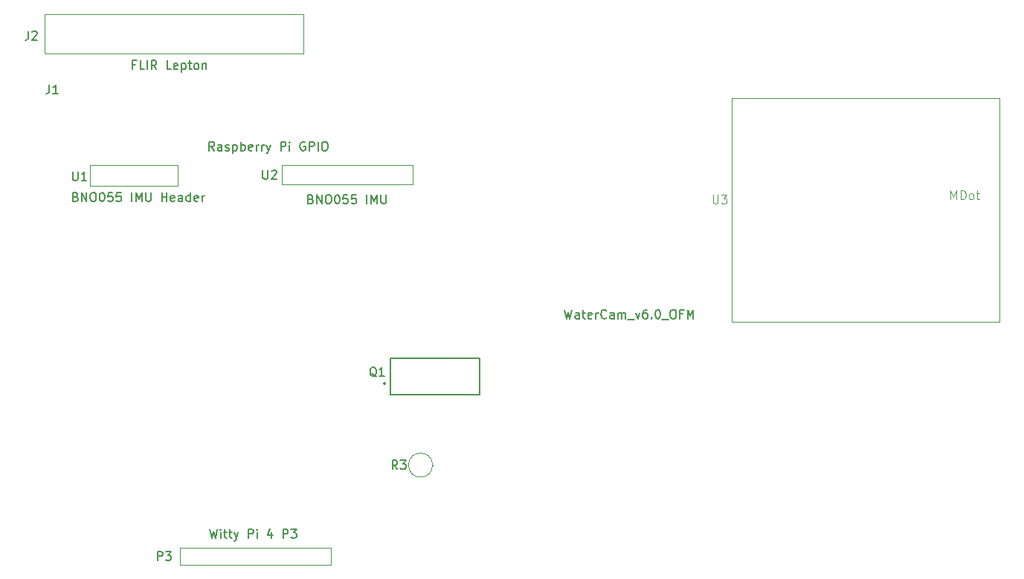
<source format=gbr>
%TF.GenerationSoftware,KiCad,Pcbnew,9.0.2*%
%TF.CreationDate,2025-07-28T15:43:42-04:00*%
%TF.ProjectId,WaterCam_mDot_WittyPi_AHT_BNO_Lepton,57617465-7243-4616-9d5f-6d446f745f57,rev?*%
%TF.SameCoordinates,Original*%
%TF.FileFunction,Legend,Top*%
%TF.FilePolarity,Positive*%
%FSLAX46Y46*%
G04 Gerber Fmt 4.6, Leading zero omitted, Abs format (unit mm)*
G04 Created by KiCad (PCBNEW 9.0.2) date 2025-07-28 15:43:42*
%MOMM*%
%LPD*%
G01*
G04 APERTURE LIST*
%ADD10C,0.150000*%
%ADD11C,0.100000*%
%ADD12C,0.120000*%
%ADD13C,0.127000*%
%ADD14C,0.200000*%
G04 APERTURE END LIST*
D10*
X78057142Y-51776847D02*
X77723809Y-51300656D01*
X77485714Y-51776847D02*
X77485714Y-50776847D01*
X77485714Y-50776847D02*
X77866666Y-50776847D01*
X77866666Y-50776847D02*
X77961904Y-50824466D01*
X77961904Y-50824466D02*
X78009523Y-50872085D01*
X78009523Y-50872085D02*
X78057142Y-50967323D01*
X78057142Y-50967323D02*
X78057142Y-51110180D01*
X78057142Y-51110180D02*
X78009523Y-51205418D01*
X78009523Y-51205418D02*
X77961904Y-51253037D01*
X77961904Y-51253037D02*
X77866666Y-51300656D01*
X77866666Y-51300656D02*
X77485714Y-51300656D01*
X78914285Y-51776847D02*
X78914285Y-51253037D01*
X78914285Y-51253037D02*
X78866666Y-51157799D01*
X78866666Y-51157799D02*
X78771428Y-51110180D01*
X78771428Y-51110180D02*
X78580952Y-51110180D01*
X78580952Y-51110180D02*
X78485714Y-51157799D01*
X78914285Y-51729228D02*
X78819047Y-51776847D01*
X78819047Y-51776847D02*
X78580952Y-51776847D01*
X78580952Y-51776847D02*
X78485714Y-51729228D01*
X78485714Y-51729228D02*
X78438095Y-51633989D01*
X78438095Y-51633989D02*
X78438095Y-51538751D01*
X78438095Y-51538751D02*
X78485714Y-51443513D01*
X78485714Y-51443513D02*
X78580952Y-51395894D01*
X78580952Y-51395894D02*
X78819047Y-51395894D01*
X78819047Y-51395894D02*
X78914285Y-51348275D01*
X79342857Y-51729228D02*
X79438095Y-51776847D01*
X79438095Y-51776847D02*
X79628571Y-51776847D01*
X79628571Y-51776847D02*
X79723809Y-51729228D01*
X79723809Y-51729228D02*
X79771428Y-51633989D01*
X79771428Y-51633989D02*
X79771428Y-51586370D01*
X79771428Y-51586370D02*
X79723809Y-51491132D01*
X79723809Y-51491132D02*
X79628571Y-51443513D01*
X79628571Y-51443513D02*
X79485714Y-51443513D01*
X79485714Y-51443513D02*
X79390476Y-51395894D01*
X79390476Y-51395894D02*
X79342857Y-51300656D01*
X79342857Y-51300656D02*
X79342857Y-51253037D01*
X79342857Y-51253037D02*
X79390476Y-51157799D01*
X79390476Y-51157799D02*
X79485714Y-51110180D01*
X79485714Y-51110180D02*
X79628571Y-51110180D01*
X79628571Y-51110180D02*
X79723809Y-51157799D01*
X80200000Y-51110180D02*
X80200000Y-52110180D01*
X80200000Y-51157799D02*
X80295238Y-51110180D01*
X80295238Y-51110180D02*
X80485714Y-51110180D01*
X80485714Y-51110180D02*
X80580952Y-51157799D01*
X80580952Y-51157799D02*
X80628571Y-51205418D01*
X80628571Y-51205418D02*
X80676190Y-51300656D01*
X80676190Y-51300656D02*
X80676190Y-51586370D01*
X80676190Y-51586370D02*
X80628571Y-51681608D01*
X80628571Y-51681608D02*
X80580952Y-51729228D01*
X80580952Y-51729228D02*
X80485714Y-51776847D01*
X80485714Y-51776847D02*
X80295238Y-51776847D01*
X80295238Y-51776847D02*
X80200000Y-51729228D01*
X81104762Y-51776847D02*
X81104762Y-50776847D01*
X81104762Y-51157799D02*
X81200000Y-51110180D01*
X81200000Y-51110180D02*
X81390476Y-51110180D01*
X81390476Y-51110180D02*
X81485714Y-51157799D01*
X81485714Y-51157799D02*
X81533333Y-51205418D01*
X81533333Y-51205418D02*
X81580952Y-51300656D01*
X81580952Y-51300656D02*
X81580952Y-51586370D01*
X81580952Y-51586370D02*
X81533333Y-51681608D01*
X81533333Y-51681608D02*
X81485714Y-51729228D01*
X81485714Y-51729228D02*
X81390476Y-51776847D01*
X81390476Y-51776847D02*
X81200000Y-51776847D01*
X81200000Y-51776847D02*
X81104762Y-51729228D01*
X82390476Y-51729228D02*
X82295238Y-51776847D01*
X82295238Y-51776847D02*
X82104762Y-51776847D01*
X82104762Y-51776847D02*
X82009524Y-51729228D01*
X82009524Y-51729228D02*
X81961905Y-51633989D01*
X81961905Y-51633989D02*
X81961905Y-51253037D01*
X81961905Y-51253037D02*
X82009524Y-51157799D01*
X82009524Y-51157799D02*
X82104762Y-51110180D01*
X82104762Y-51110180D02*
X82295238Y-51110180D01*
X82295238Y-51110180D02*
X82390476Y-51157799D01*
X82390476Y-51157799D02*
X82438095Y-51253037D01*
X82438095Y-51253037D02*
X82438095Y-51348275D01*
X82438095Y-51348275D02*
X81961905Y-51443513D01*
X82866667Y-51776847D02*
X82866667Y-51110180D01*
X82866667Y-51300656D02*
X82914286Y-51205418D01*
X82914286Y-51205418D02*
X82961905Y-51157799D01*
X82961905Y-51157799D02*
X83057143Y-51110180D01*
X83057143Y-51110180D02*
X83152381Y-51110180D01*
X83485715Y-51776847D02*
X83485715Y-51110180D01*
X83485715Y-51300656D02*
X83533334Y-51205418D01*
X83533334Y-51205418D02*
X83580953Y-51157799D01*
X83580953Y-51157799D02*
X83676191Y-51110180D01*
X83676191Y-51110180D02*
X83771429Y-51110180D01*
X84009525Y-51110180D02*
X84247620Y-51776847D01*
X84485715Y-51110180D02*
X84247620Y-51776847D01*
X84247620Y-51776847D02*
X84152382Y-52014942D01*
X84152382Y-52014942D02*
X84104763Y-52062561D01*
X84104763Y-52062561D02*
X84009525Y-52110180D01*
X85628573Y-51776847D02*
X85628573Y-50776847D01*
X85628573Y-50776847D02*
X86009525Y-50776847D01*
X86009525Y-50776847D02*
X86104763Y-50824466D01*
X86104763Y-50824466D02*
X86152382Y-50872085D01*
X86152382Y-50872085D02*
X86200001Y-50967323D01*
X86200001Y-50967323D02*
X86200001Y-51110180D01*
X86200001Y-51110180D02*
X86152382Y-51205418D01*
X86152382Y-51205418D02*
X86104763Y-51253037D01*
X86104763Y-51253037D02*
X86009525Y-51300656D01*
X86009525Y-51300656D02*
X85628573Y-51300656D01*
X86628573Y-51776847D02*
X86628573Y-51110180D01*
X86628573Y-50776847D02*
X86580954Y-50824466D01*
X86580954Y-50824466D02*
X86628573Y-50872085D01*
X86628573Y-50872085D02*
X86676192Y-50824466D01*
X86676192Y-50824466D02*
X86628573Y-50776847D01*
X86628573Y-50776847D02*
X86628573Y-50872085D01*
X88390477Y-50824466D02*
X88295239Y-50776847D01*
X88295239Y-50776847D02*
X88152382Y-50776847D01*
X88152382Y-50776847D02*
X88009525Y-50824466D01*
X88009525Y-50824466D02*
X87914287Y-50919704D01*
X87914287Y-50919704D02*
X87866668Y-51014942D01*
X87866668Y-51014942D02*
X87819049Y-51205418D01*
X87819049Y-51205418D02*
X87819049Y-51348275D01*
X87819049Y-51348275D02*
X87866668Y-51538751D01*
X87866668Y-51538751D02*
X87914287Y-51633989D01*
X87914287Y-51633989D02*
X88009525Y-51729228D01*
X88009525Y-51729228D02*
X88152382Y-51776847D01*
X88152382Y-51776847D02*
X88247620Y-51776847D01*
X88247620Y-51776847D02*
X88390477Y-51729228D01*
X88390477Y-51729228D02*
X88438096Y-51681608D01*
X88438096Y-51681608D02*
X88438096Y-51348275D01*
X88438096Y-51348275D02*
X88247620Y-51348275D01*
X88866668Y-51776847D02*
X88866668Y-50776847D01*
X88866668Y-50776847D02*
X89247620Y-50776847D01*
X89247620Y-50776847D02*
X89342858Y-50824466D01*
X89342858Y-50824466D02*
X89390477Y-50872085D01*
X89390477Y-50872085D02*
X89438096Y-50967323D01*
X89438096Y-50967323D02*
X89438096Y-51110180D01*
X89438096Y-51110180D02*
X89390477Y-51205418D01*
X89390477Y-51205418D02*
X89342858Y-51253037D01*
X89342858Y-51253037D02*
X89247620Y-51300656D01*
X89247620Y-51300656D02*
X88866668Y-51300656D01*
X89866668Y-51776847D02*
X89866668Y-50776847D01*
X90533334Y-50776847D02*
X90723810Y-50776847D01*
X90723810Y-50776847D02*
X90819048Y-50824466D01*
X90819048Y-50824466D02*
X90914286Y-50919704D01*
X90914286Y-50919704D02*
X90961905Y-51110180D01*
X90961905Y-51110180D02*
X90961905Y-51443513D01*
X90961905Y-51443513D02*
X90914286Y-51633989D01*
X90914286Y-51633989D02*
X90819048Y-51729228D01*
X90819048Y-51729228D02*
X90723810Y-51776847D01*
X90723810Y-51776847D02*
X90533334Y-51776847D01*
X90533334Y-51776847D02*
X90438096Y-51729228D01*
X90438096Y-51729228D02*
X90342858Y-51633989D01*
X90342858Y-51633989D02*
X90295239Y-51443513D01*
X90295239Y-51443513D02*
X90295239Y-51110180D01*
X90295239Y-51110180D02*
X90342858Y-50919704D01*
X90342858Y-50919704D02*
X90438096Y-50824466D01*
X90438096Y-50824466D02*
X90533334Y-50776847D01*
X62282761Y-57050009D02*
X62425618Y-57097628D01*
X62425618Y-57097628D02*
X62473237Y-57145247D01*
X62473237Y-57145247D02*
X62520856Y-57240485D01*
X62520856Y-57240485D02*
X62520856Y-57383342D01*
X62520856Y-57383342D02*
X62473237Y-57478580D01*
X62473237Y-57478580D02*
X62425618Y-57526200D01*
X62425618Y-57526200D02*
X62330380Y-57573819D01*
X62330380Y-57573819D02*
X61949428Y-57573819D01*
X61949428Y-57573819D02*
X61949428Y-56573819D01*
X61949428Y-56573819D02*
X62282761Y-56573819D01*
X62282761Y-56573819D02*
X62377999Y-56621438D01*
X62377999Y-56621438D02*
X62425618Y-56669057D01*
X62425618Y-56669057D02*
X62473237Y-56764295D01*
X62473237Y-56764295D02*
X62473237Y-56859533D01*
X62473237Y-56859533D02*
X62425618Y-56954771D01*
X62425618Y-56954771D02*
X62377999Y-57002390D01*
X62377999Y-57002390D02*
X62282761Y-57050009D01*
X62282761Y-57050009D02*
X61949428Y-57050009D01*
X62949428Y-57573819D02*
X62949428Y-56573819D01*
X62949428Y-56573819D02*
X63520856Y-57573819D01*
X63520856Y-57573819D02*
X63520856Y-56573819D01*
X64187523Y-56573819D02*
X64377999Y-56573819D01*
X64377999Y-56573819D02*
X64473237Y-56621438D01*
X64473237Y-56621438D02*
X64568475Y-56716676D01*
X64568475Y-56716676D02*
X64616094Y-56907152D01*
X64616094Y-56907152D02*
X64616094Y-57240485D01*
X64616094Y-57240485D02*
X64568475Y-57430961D01*
X64568475Y-57430961D02*
X64473237Y-57526200D01*
X64473237Y-57526200D02*
X64377999Y-57573819D01*
X64377999Y-57573819D02*
X64187523Y-57573819D01*
X64187523Y-57573819D02*
X64092285Y-57526200D01*
X64092285Y-57526200D02*
X63997047Y-57430961D01*
X63997047Y-57430961D02*
X63949428Y-57240485D01*
X63949428Y-57240485D02*
X63949428Y-56907152D01*
X63949428Y-56907152D02*
X63997047Y-56716676D01*
X63997047Y-56716676D02*
X64092285Y-56621438D01*
X64092285Y-56621438D02*
X64187523Y-56573819D01*
X65235142Y-56573819D02*
X65330380Y-56573819D01*
X65330380Y-56573819D02*
X65425618Y-56621438D01*
X65425618Y-56621438D02*
X65473237Y-56669057D01*
X65473237Y-56669057D02*
X65520856Y-56764295D01*
X65520856Y-56764295D02*
X65568475Y-56954771D01*
X65568475Y-56954771D02*
X65568475Y-57192866D01*
X65568475Y-57192866D02*
X65520856Y-57383342D01*
X65520856Y-57383342D02*
X65473237Y-57478580D01*
X65473237Y-57478580D02*
X65425618Y-57526200D01*
X65425618Y-57526200D02*
X65330380Y-57573819D01*
X65330380Y-57573819D02*
X65235142Y-57573819D01*
X65235142Y-57573819D02*
X65139904Y-57526200D01*
X65139904Y-57526200D02*
X65092285Y-57478580D01*
X65092285Y-57478580D02*
X65044666Y-57383342D01*
X65044666Y-57383342D02*
X64997047Y-57192866D01*
X64997047Y-57192866D02*
X64997047Y-56954771D01*
X64997047Y-56954771D02*
X65044666Y-56764295D01*
X65044666Y-56764295D02*
X65092285Y-56669057D01*
X65092285Y-56669057D02*
X65139904Y-56621438D01*
X65139904Y-56621438D02*
X65235142Y-56573819D01*
X66473237Y-56573819D02*
X65997047Y-56573819D01*
X65997047Y-56573819D02*
X65949428Y-57050009D01*
X65949428Y-57050009D02*
X65997047Y-57002390D01*
X65997047Y-57002390D02*
X66092285Y-56954771D01*
X66092285Y-56954771D02*
X66330380Y-56954771D01*
X66330380Y-56954771D02*
X66425618Y-57002390D01*
X66425618Y-57002390D02*
X66473237Y-57050009D01*
X66473237Y-57050009D02*
X66520856Y-57145247D01*
X66520856Y-57145247D02*
X66520856Y-57383342D01*
X66520856Y-57383342D02*
X66473237Y-57478580D01*
X66473237Y-57478580D02*
X66425618Y-57526200D01*
X66425618Y-57526200D02*
X66330380Y-57573819D01*
X66330380Y-57573819D02*
X66092285Y-57573819D01*
X66092285Y-57573819D02*
X65997047Y-57526200D01*
X65997047Y-57526200D02*
X65949428Y-57478580D01*
X67425618Y-56573819D02*
X66949428Y-56573819D01*
X66949428Y-56573819D02*
X66901809Y-57050009D01*
X66901809Y-57050009D02*
X66949428Y-57002390D01*
X66949428Y-57002390D02*
X67044666Y-56954771D01*
X67044666Y-56954771D02*
X67282761Y-56954771D01*
X67282761Y-56954771D02*
X67377999Y-57002390D01*
X67377999Y-57002390D02*
X67425618Y-57050009D01*
X67425618Y-57050009D02*
X67473237Y-57145247D01*
X67473237Y-57145247D02*
X67473237Y-57383342D01*
X67473237Y-57383342D02*
X67425618Y-57478580D01*
X67425618Y-57478580D02*
X67377999Y-57526200D01*
X67377999Y-57526200D02*
X67282761Y-57573819D01*
X67282761Y-57573819D02*
X67044666Y-57573819D01*
X67044666Y-57573819D02*
X66949428Y-57526200D01*
X66949428Y-57526200D02*
X66901809Y-57478580D01*
X68663714Y-57573819D02*
X68663714Y-56573819D01*
X69139904Y-57573819D02*
X69139904Y-56573819D01*
X69139904Y-56573819D02*
X69473237Y-57288104D01*
X69473237Y-57288104D02*
X69806570Y-56573819D01*
X69806570Y-56573819D02*
X69806570Y-57573819D01*
X70282761Y-56573819D02*
X70282761Y-57383342D01*
X70282761Y-57383342D02*
X70330380Y-57478580D01*
X70330380Y-57478580D02*
X70377999Y-57526200D01*
X70377999Y-57526200D02*
X70473237Y-57573819D01*
X70473237Y-57573819D02*
X70663713Y-57573819D01*
X70663713Y-57573819D02*
X70758951Y-57526200D01*
X70758951Y-57526200D02*
X70806570Y-57478580D01*
X70806570Y-57478580D02*
X70854189Y-57383342D01*
X70854189Y-57383342D02*
X70854189Y-56573819D01*
X72092285Y-57573819D02*
X72092285Y-56573819D01*
X72092285Y-57050009D02*
X72663713Y-57050009D01*
X72663713Y-57573819D02*
X72663713Y-56573819D01*
X73520856Y-57526200D02*
X73425618Y-57573819D01*
X73425618Y-57573819D02*
X73235142Y-57573819D01*
X73235142Y-57573819D02*
X73139904Y-57526200D01*
X73139904Y-57526200D02*
X73092285Y-57430961D01*
X73092285Y-57430961D02*
X73092285Y-57050009D01*
X73092285Y-57050009D02*
X73139904Y-56954771D01*
X73139904Y-56954771D02*
X73235142Y-56907152D01*
X73235142Y-56907152D02*
X73425618Y-56907152D01*
X73425618Y-56907152D02*
X73520856Y-56954771D01*
X73520856Y-56954771D02*
X73568475Y-57050009D01*
X73568475Y-57050009D02*
X73568475Y-57145247D01*
X73568475Y-57145247D02*
X73092285Y-57240485D01*
X74425618Y-57573819D02*
X74425618Y-57050009D01*
X74425618Y-57050009D02*
X74377999Y-56954771D01*
X74377999Y-56954771D02*
X74282761Y-56907152D01*
X74282761Y-56907152D02*
X74092285Y-56907152D01*
X74092285Y-56907152D02*
X73997047Y-56954771D01*
X74425618Y-57526200D02*
X74330380Y-57573819D01*
X74330380Y-57573819D02*
X74092285Y-57573819D01*
X74092285Y-57573819D02*
X73997047Y-57526200D01*
X73997047Y-57526200D02*
X73949428Y-57430961D01*
X73949428Y-57430961D02*
X73949428Y-57335723D01*
X73949428Y-57335723D02*
X73997047Y-57240485D01*
X73997047Y-57240485D02*
X74092285Y-57192866D01*
X74092285Y-57192866D02*
X74330380Y-57192866D01*
X74330380Y-57192866D02*
X74425618Y-57145247D01*
X75330380Y-57573819D02*
X75330380Y-56573819D01*
X75330380Y-57526200D02*
X75235142Y-57573819D01*
X75235142Y-57573819D02*
X75044666Y-57573819D01*
X75044666Y-57573819D02*
X74949428Y-57526200D01*
X74949428Y-57526200D02*
X74901809Y-57478580D01*
X74901809Y-57478580D02*
X74854190Y-57383342D01*
X74854190Y-57383342D02*
X74854190Y-57097628D01*
X74854190Y-57097628D02*
X74901809Y-57002390D01*
X74901809Y-57002390D02*
X74949428Y-56954771D01*
X74949428Y-56954771D02*
X75044666Y-56907152D01*
X75044666Y-56907152D02*
X75235142Y-56907152D01*
X75235142Y-56907152D02*
X75330380Y-56954771D01*
X76187523Y-57526200D02*
X76092285Y-57573819D01*
X76092285Y-57573819D02*
X75901809Y-57573819D01*
X75901809Y-57573819D02*
X75806571Y-57526200D01*
X75806571Y-57526200D02*
X75758952Y-57430961D01*
X75758952Y-57430961D02*
X75758952Y-57050009D01*
X75758952Y-57050009D02*
X75806571Y-56954771D01*
X75806571Y-56954771D02*
X75901809Y-56907152D01*
X75901809Y-56907152D02*
X76092285Y-56907152D01*
X76092285Y-56907152D02*
X76187523Y-56954771D01*
X76187523Y-56954771D02*
X76235142Y-57050009D01*
X76235142Y-57050009D02*
X76235142Y-57145247D01*
X76235142Y-57145247D02*
X75758952Y-57240485D01*
X76663714Y-57573819D02*
X76663714Y-56907152D01*
X76663714Y-57097628D02*
X76711333Y-57002390D01*
X76711333Y-57002390D02*
X76758952Y-56954771D01*
X76758952Y-56954771D02*
X76854190Y-56907152D01*
X76854190Y-56907152D02*
X76949428Y-56907152D01*
X117941541Y-69910819D02*
X118179636Y-70910819D01*
X118179636Y-70910819D02*
X118370112Y-70196533D01*
X118370112Y-70196533D02*
X118560588Y-70910819D01*
X118560588Y-70910819D02*
X118798684Y-69910819D01*
X119608207Y-70910819D02*
X119608207Y-70387009D01*
X119608207Y-70387009D02*
X119560588Y-70291771D01*
X119560588Y-70291771D02*
X119465350Y-70244152D01*
X119465350Y-70244152D02*
X119274874Y-70244152D01*
X119274874Y-70244152D02*
X119179636Y-70291771D01*
X119608207Y-70863200D02*
X119512969Y-70910819D01*
X119512969Y-70910819D02*
X119274874Y-70910819D01*
X119274874Y-70910819D02*
X119179636Y-70863200D01*
X119179636Y-70863200D02*
X119132017Y-70767961D01*
X119132017Y-70767961D02*
X119132017Y-70672723D01*
X119132017Y-70672723D02*
X119179636Y-70577485D01*
X119179636Y-70577485D02*
X119274874Y-70529866D01*
X119274874Y-70529866D02*
X119512969Y-70529866D01*
X119512969Y-70529866D02*
X119608207Y-70482247D01*
X119941541Y-70244152D02*
X120322493Y-70244152D01*
X120084398Y-69910819D02*
X120084398Y-70767961D01*
X120084398Y-70767961D02*
X120132017Y-70863200D01*
X120132017Y-70863200D02*
X120227255Y-70910819D01*
X120227255Y-70910819D02*
X120322493Y-70910819D01*
X121036779Y-70863200D02*
X120941541Y-70910819D01*
X120941541Y-70910819D02*
X120751065Y-70910819D01*
X120751065Y-70910819D02*
X120655827Y-70863200D01*
X120655827Y-70863200D02*
X120608208Y-70767961D01*
X120608208Y-70767961D02*
X120608208Y-70387009D01*
X120608208Y-70387009D02*
X120655827Y-70291771D01*
X120655827Y-70291771D02*
X120751065Y-70244152D01*
X120751065Y-70244152D02*
X120941541Y-70244152D01*
X120941541Y-70244152D02*
X121036779Y-70291771D01*
X121036779Y-70291771D02*
X121084398Y-70387009D01*
X121084398Y-70387009D02*
X121084398Y-70482247D01*
X121084398Y-70482247D02*
X120608208Y-70577485D01*
X121512970Y-70910819D02*
X121512970Y-70244152D01*
X121512970Y-70434628D02*
X121560589Y-70339390D01*
X121560589Y-70339390D02*
X121608208Y-70291771D01*
X121608208Y-70291771D02*
X121703446Y-70244152D01*
X121703446Y-70244152D02*
X121798684Y-70244152D01*
X122703446Y-70815580D02*
X122655827Y-70863200D01*
X122655827Y-70863200D02*
X122512970Y-70910819D01*
X122512970Y-70910819D02*
X122417732Y-70910819D01*
X122417732Y-70910819D02*
X122274875Y-70863200D01*
X122274875Y-70863200D02*
X122179637Y-70767961D01*
X122179637Y-70767961D02*
X122132018Y-70672723D01*
X122132018Y-70672723D02*
X122084399Y-70482247D01*
X122084399Y-70482247D02*
X122084399Y-70339390D01*
X122084399Y-70339390D02*
X122132018Y-70148914D01*
X122132018Y-70148914D02*
X122179637Y-70053676D01*
X122179637Y-70053676D02*
X122274875Y-69958438D01*
X122274875Y-69958438D02*
X122417732Y-69910819D01*
X122417732Y-69910819D02*
X122512970Y-69910819D01*
X122512970Y-69910819D02*
X122655827Y-69958438D01*
X122655827Y-69958438D02*
X122703446Y-70006057D01*
X123560589Y-70910819D02*
X123560589Y-70387009D01*
X123560589Y-70387009D02*
X123512970Y-70291771D01*
X123512970Y-70291771D02*
X123417732Y-70244152D01*
X123417732Y-70244152D02*
X123227256Y-70244152D01*
X123227256Y-70244152D02*
X123132018Y-70291771D01*
X123560589Y-70863200D02*
X123465351Y-70910819D01*
X123465351Y-70910819D02*
X123227256Y-70910819D01*
X123227256Y-70910819D02*
X123132018Y-70863200D01*
X123132018Y-70863200D02*
X123084399Y-70767961D01*
X123084399Y-70767961D02*
X123084399Y-70672723D01*
X123084399Y-70672723D02*
X123132018Y-70577485D01*
X123132018Y-70577485D02*
X123227256Y-70529866D01*
X123227256Y-70529866D02*
X123465351Y-70529866D01*
X123465351Y-70529866D02*
X123560589Y-70482247D01*
X124036780Y-70910819D02*
X124036780Y-70244152D01*
X124036780Y-70339390D02*
X124084399Y-70291771D01*
X124084399Y-70291771D02*
X124179637Y-70244152D01*
X124179637Y-70244152D02*
X124322494Y-70244152D01*
X124322494Y-70244152D02*
X124417732Y-70291771D01*
X124417732Y-70291771D02*
X124465351Y-70387009D01*
X124465351Y-70387009D02*
X124465351Y-70910819D01*
X124465351Y-70387009D02*
X124512970Y-70291771D01*
X124512970Y-70291771D02*
X124608208Y-70244152D01*
X124608208Y-70244152D02*
X124751065Y-70244152D01*
X124751065Y-70244152D02*
X124846304Y-70291771D01*
X124846304Y-70291771D02*
X124893923Y-70387009D01*
X124893923Y-70387009D02*
X124893923Y-70910819D01*
X125132018Y-71006057D02*
X125893922Y-71006057D01*
X126036780Y-70244152D02*
X126274875Y-70910819D01*
X126274875Y-70910819D02*
X126512970Y-70244152D01*
X127322494Y-69910819D02*
X127132018Y-69910819D01*
X127132018Y-69910819D02*
X127036780Y-69958438D01*
X127036780Y-69958438D02*
X126989161Y-70006057D01*
X126989161Y-70006057D02*
X126893923Y-70148914D01*
X126893923Y-70148914D02*
X126846304Y-70339390D01*
X126846304Y-70339390D02*
X126846304Y-70720342D01*
X126846304Y-70720342D02*
X126893923Y-70815580D01*
X126893923Y-70815580D02*
X126941542Y-70863200D01*
X126941542Y-70863200D02*
X127036780Y-70910819D01*
X127036780Y-70910819D02*
X127227256Y-70910819D01*
X127227256Y-70910819D02*
X127322494Y-70863200D01*
X127322494Y-70863200D02*
X127370113Y-70815580D01*
X127370113Y-70815580D02*
X127417732Y-70720342D01*
X127417732Y-70720342D02*
X127417732Y-70482247D01*
X127417732Y-70482247D02*
X127370113Y-70387009D01*
X127370113Y-70387009D02*
X127322494Y-70339390D01*
X127322494Y-70339390D02*
X127227256Y-70291771D01*
X127227256Y-70291771D02*
X127036780Y-70291771D01*
X127036780Y-70291771D02*
X126941542Y-70339390D01*
X126941542Y-70339390D02*
X126893923Y-70387009D01*
X126893923Y-70387009D02*
X126846304Y-70482247D01*
X127846304Y-70815580D02*
X127893923Y-70863200D01*
X127893923Y-70863200D02*
X127846304Y-70910819D01*
X127846304Y-70910819D02*
X127798685Y-70863200D01*
X127798685Y-70863200D02*
X127846304Y-70815580D01*
X127846304Y-70815580D02*
X127846304Y-70910819D01*
X128512970Y-69910819D02*
X128608208Y-69910819D01*
X128608208Y-69910819D02*
X128703446Y-69958438D01*
X128703446Y-69958438D02*
X128751065Y-70006057D01*
X128751065Y-70006057D02*
X128798684Y-70101295D01*
X128798684Y-70101295D02*
X128846303Y-70291771D01*
X128846303Y-70291771D02*
X128846303Y-70529866D01*
X128846303Y-70529866D02*
X128798684Y-70720342D01*
X128798684Y-70720342D02*
X128751065Y-70815580D01*
X128751065Y-70815580D02*
X128703446Y-70863200D01*
X128703446Y-70863200D02*
X128608208Y-70910819D01*
X128608208Y-70910819D02*
X128512970Y-70910819D01*
X128512970Y-70910819D02*
X128417732Y-70863200D01*
X128417732Y-70863200D02*
X128370113Y-70815580D01*
X128370113Y-70815580D02*
X128322494Y-70720342D01*
X128322494Y-70720342D02*
X128274875Y-70529866D01*
X128274875Y-70529866D02*
X128274875Y-70291771D01*
X128274875Y-70291771D02*
X128322494Y-70101295D01*
X128322494Y-70101295D02*
X128370113Y-70006057D01*
X128370113Y-70006057D02*
X128417732Y-69958438D01*
X128417732Y-69958438D02*
X128512970Y-69910819D01*
X129036780Y-71006057D02*
X129798684Y-71006057D01*
X130227256Y-69910819D02*
X130417732Y-69910819D01*
X130417732Y-69910819D02*
X130512970Y-69958438D01*
X130512970Y-69958438D02*
X130608208Y-70053676D01*
X130608208Y-70053676D02*
X130655827Y-70244152D01*
X130655827Y-70244152D02*
X130655827Y-70577485D01*
X130655827Y-70577485D02*
X130608208Y-70767961D01*
X130608208Y-70767961D02*
X130512970Y-70863200D01*
X130512970Y-70863200D02*
X130417732Y-70910819D01*
X130417732Y-70910819D02*
X130227256Y-70910819D01*
X130227256Y-70910819D02*
X130132018Y-70863200D01*
X130132018Y-70863200D02*
X130036780Y-70767961D01*
X130036780Y-70767961D02*
X129989161Y-70577485D01*
X129989161Y-70577485D02*
X129989161Y-70244152D01*
X129989161Y-70244152D02*
X130036780Y-70053676D01*
X130036780Y-70053676D02*
X130132018Y-69958438D01*
X130132018Y-69958438D02*
X130227256Y-69910819D01*
X131417732Y-70387009D02*
X131084399Y-70387009D01*
X131084399Y-70910819D02*
X131084399Y-69910819D01*
X131084399Y-69910819D02*
X131560589Y-69910819D01*
X131941542Y-70910819D02*
X131941542Y-69910819D01*
X131941542Y-69910819D02*
X132274875Y-70625104D01*
X132274875Y-70625104D02*
X132608208Y-69910819D01*
X132608208Y-69910819D02*
X132608208Y-70910819D01*
X61947095Y-54172819D02*
X61947095Y-54982342D01*
X61947095Y-54982342D02*
X61994714Y-55077580D01*
X61994714Y-55077580D02*
X62042333Y-55125200D01*
X62042333Y-55125200D02*
X62137571Y-55172819D01*
X62137571Y-55172819D02*
X62328047Y-55172819D01*
X62328047Y-55172819D02*
X62423285Y-55125200D01*
X62423285Y-55125200D02*
X62470904Y-55077580D01*
X62470904Y-55077580D02*
X62518523Y-54982342D01*
X62518523Y-54982342D02*
X62518523Y-54172819D01*
X63518523Y-55172819D02*
X62947095Y-55172819D01*
X63232809Y-55172819D02*
X63232809Y-54172819D01*
X63232809Y-54172819D02*
X63137571Y-54315676D01*
X63137571Y-54315676D02*
X63042333Y-54410914D01*
X63042333Y-54410914D02*
X62947095Y-54458533D01*
D11*
X134826095Y-56810419D02*
X134826095Y-57619942D01*
X134826095Y-57619942D02*
X134873714Y-57715180D01*
X134873714Y-57715180D02*
X134921333Y-57762800D01*
X134921333Y-57762800D02*
X135016571Y-57810419D01*
X135016571Y-57810419D02*
X135207047Y-57810419D01*
X135207047Y-57810419D02*
X135302285Y-57762800D01*
X135302285Y-57762800D02*
X135349904Y-57715180D01*
X135349904Y-57715180D02*
X135397523Y-57619942D01*
X135397523Y-57619942D02*
X135397523Y-56810419D01*
X135778476Y-56810419D02*
X136397523Y-56810419D01*
X136397523Y-56810419D02*
X136064190Y-57191371D01*
X136064190Y-57191371D02*
X136207047Y-57191371D01*
X136207047Y-57191371D02*
X136302285Y-57238990D01*
X136302285Y-57238990D02*
X136349904Y-57286609D01*
X136349904Y-57286609D02*
X136397523Y-57381847D01*
X136397523Y-57381847D02*
X136397523Y-57619942D01*
X136397523Y-57619942D02*
X136349904Y-57715180D01*
X136349904Y-57715180D02*
X136302285Y-57762800D01*
X136302285Y-57762800D02*
X136207047Y-57810419D01*
X136207047Y-57810419D02*
X135921333Y-57810419D01*
X135921333Y-57810419D02*
X135826095Y-57762800D01*
X135826095Y-57762800D02*
X135778476Y-57715180D01*
X161901884Y-57324419D02*
X161901884Y-56324419D01*
X161901884Y-56324419D02*
X162235217Y-57038704D01*
X162235217Y-57038704D02*
X162568550Y-56324419D01*
X162568550Y-56324419D02*
X162568550Y-57324419D01*
X163044741Y-57324419D02*
X163044741Y-56324419D01*
X163044741Y-56324419D02*
X163282836Y-56324419D01*
X163282836Y-56324419D02*
X163425693Y-56372038D01*
X163425693Y-56372038D02*
X163520931Y-56467276D01*
X163520931Y-56467276D02*
X163568550Y-56562514D01*
X163568550Y-56562514D02*
X163616169Y-56752990D01*
X163616169Y-56752990D02*
X163616169Y-56895847D01*
X163616169Y-56895847D02*
X163568550Y-57086323D01*
X163568550Y-57086323D02*
X163520931Y-57181561D01*
X163520931Y-57181561D02*
X163425693Y-57276800D01*
X163425693Y-57276800D02*
X163282836Y-57324419D01*
X163282836Y-57324419D02*
X163044741Y-57324419D01*
X164187598Y-57324419D02*
X164092360Y-57276800D01*
X164092360Y-57276800D02*
X164044741Y-57229180D01*
X164044741Y-57229180D02*
X163997122Y-57133942D01*
X163997122Y-57133942D02*
X163997122Y-56848228D01*
X163997122Y-56848228D02*
X164044741Y-56752990D01*
X164044741Y-56752990D02*
X164092360Y-56705371D01*
X164092360Y-56705371D02*
X164187598Y-56657752D01*
X164187598Y-56657752D02*
X164330455Y-56657752D01*
X164330455Y-56657752D02*
X164425693Y-56705371D01*
X164425693Y-56705371D02*
X164473312Y-56752990D01*
X164473312Y-56752990D02*
X164520931Y-56848228D01*
X164520931Y-56848228D02*
X164520931Y-57133942D01*
X164520931Y-57133942D02*
X164473312Y-57229180D01*
X164473312Y-57229180D02*
X164425693Y-57276800D01*
X164425693Y-57276800D02*
X164330455Y-57324419D01*
X164330455Y-57324419D02*
X164187598Y-57324419D01*
X164806646Y-56657752D02*
X165187598Y-56657752D01*
X164949503Y-56324419D02*
X164949503Y-57181561D01*
X164949503Y-57181561D02*
X164997122Y-57276800D01*
X164997122Y-57276800D02*
X165092360Y-57324419D01*
X165092360Y-57324419D02*
X165187598Y-57324419D01*
D10*
X83588095Y-54017819D02*
X83588095Y-54827342D01*
X83588095Y-54827342D02*
X83635714Y-54922580D01*
X83635714Y-54922580D02*
X83683333Y-54970200D01*
X83683333Y-54970200D02*
X83778571Y-55017819D01*
X83778571Y-55017819D02*
X83969047Y-55017819D01*
X83969047Y-55017819D02*
X84064285Y-54970200D01*
X84064285Y-54970200D02*
X84111904Y-54922580D01*
X84111904Y-54922580D02*
X84159523Y-54827342D01*
X84159523Y-54827342D02*
X84159523Y-54017819D01*
X84588095Y-54113057D02*
X84635714Y-54065438D01*
X84635714Y-54065438D02*
X84730952Y-54017819D01*
X84730952Y-54017819D02*
X84969047Y-54017819D01*
X84969047Y-54017819D02*
X85064285Y-54065438D01*
X85064285Y-54065438D02*
X85111904Y-54113057D01*
X85111904Y-54113057D02*
X85159523Y-54208295D01*
X85159523Y-54208295D02*
X85159523Y-54303533D01*
X85159523Y-54303533D02*
X85111904Y-54446390D01*
X85111904Y-54446390D02*
X84540476Y-55017819D01*
X84540476Y-55017819D02*
X85159523Y-55017819D01*
X89052952Y-57305009D02*
X89195809Y-57352628D01*
X89195809Y-57352628D02*
X89243428Y-57400247D01*
X89243428Y-57400247D02*
X89291047Y-57495485D01*
X89291047Y-57495485D02*
X89291047Y-57638342D01*
X89291047Y-57638342D02*
X89243428Y-57733580D01*
X89243428Y-57733580D02*
X89195809Y-57781200D01*
X89195809Y-57781200D02*
X89100571Y-57828819D01*
X89100571Y-57828819D02*
X88719619Y-57828819D01*
X88719619Y-57828819D02*
X88719619Y-56828819D01*
X88719619Y-56828819D02*
X89052952Y-56828819D01*
X89052952Y-56828819D02*
X89148190Y-56876438D01*
X89148190Y-56876438D02*
X89195809Y-56924057D01*
X89195809Y-56924057D02*
X89243428Y-57019295D01*
X89243428Y-57019295D02*
X89243428Y-57114533D01*
X89243428Y-57114533D02*
X89195809Y-57209771D01*
X89195809Y-57209771D02*
X89148190Y-57257390D01*
X89148190Y-57257390D02*
X89052952Y-57305009D01*
X89052952Y-57305009D02*
X88719619Y-57305009D01*
X89719619Y-57828819D02*
X89719619Y-56828819D01*
X89719619Y-56828819D02*
X90291047Y-57828819D01*
X90291047Y-57828819D02*
X90291047Y-56828819D01*
X90957714Y-56828819D02*
X91148190Y-56828819D01*
X91148190Y-56828819D02*
X91243428Y-56876438D01*
X91243428Y-56876438D02*
X91338666Y-56971676D01*
X91338666Y-56971676D02*
X91386285Y-57162152D01*
X91386285Y-57162152D02*
X91386285Y-57495485D01*
X91386285Y-57495485D02*
X91338666Y-57685961D01*
X91338666Y-57685961D02*
X91243428Y-57781200D01*
X91243428Y-57781200D02*
X91148190Y-57828819D01*
X91148190Y-57828819D02*
X90957714Y-57828819D01*
X90957714Y-57828819D02*
X90862476Y-57781200D01*
X90862476Y-57781200D02*
X90767238Y-57685961D01*
X90767238Y-57685961D02*
X90719619Y-57495485D01*
X90719619Y-57495485D02*
X90719619Y-57162152D01*
X90719619Y-57162152D02*
X90767238Y-56971676D01*
X90767238Y-56971676D02*
X90862476Y-56876438D01*
X90862476Y-56876438D02*
X90957714Y-56828819D01*
X92005333Y-56828819D02*
X92100571Y-56828819D01*
X92100571Y-56828819D02*
X92195809Y-56876438D01*
X92195809Y-56876438D02*
X92243428Y-56924057D01*
X92243428Y-56924057D02*
X92291047Y-57019295D01*
X92291047Y-57019295D02*
X92338666Y-57209771D01*
X92338666Y-57209771D02*
X92338666Y-57447866D01*
X92338666Y-57447866D02*
X92291047Y-57638342D01*
X92291047Y-57638342D02*
X92243428Y-57733580D01*
X92243428Y-57733580D02*
X92195809Y-57781200D01*
X92195809Y-57781200D02*
X92100571Y-57828819D01*
X92100571Y-57828819D02*
X92005333Y-57828819D01*
X92005333Y-57828819D02*
X91910095Y-57781200D01*
X91910095Y-57781200D02*
X91862476Y-57733580D01*
X91862476Y-57733580D02*
X91814857Y-57638342D01*
X91814857Y-57638342D02*
X91767238Y-57447866D01*
X91767238Y-57447866D02*
X91767238Y-57209771D01*
X91767238Y-57209771D02*
X91814857Y-57019295D01*
X91814857Y-57019295D02*
X91862476Y-56924057D01*
X91862476Y-56924057D02*
X91910095Y-56876438D01*
X91910095Y-56876438D02*
X92005333Y-56828819D01*
X93243428Y-56828819D02*
X92767238Y-56828819D01*
X92767238Y-56828819D02*
X92719619Y-57305009D01*
X92719619Y-57305009D02*
X92767238Y-57257390D01*
X92767238Y-57257390D02*
X92862476Y-57209771D01*
X92862476Y-57209771D02*
X93100571Y-57209771D01*
X93100571Y-57209771D02*
X93195809Y-57257390D01*
X93195809Y-57257390D02*
X93243428Y-57305009D01*
X93243428Y-57305009D02*
X93291047Y-57400247D01*
X93291047Y-57400247D02*
X93291047Y-57638342D01*
X93291047Y-57638342D02*
X93243428Y-57733580D01*
X93243428Y-57733580D02*
X93195809Y-57781200D01*
X93195809Y-57781200D02*
X93100571Y-57828819D01*
X93100571Y-57828819D02*
X92862476Y-57828819D01*
X92862476Y-57828819D02*
X92767238Y-57781200D01*
X92767238Y-57781200D02*
X92719619Y-57733580D01*
X94195809Y-56828819D02*
X93719619Y-56828819D01*
X93719619Y-56828819D02*
X93672000Y-57305009D01*
X93672000Y-57305009D02*
X93719619Y-57257390D01*
X93719619Y-57257390D02*
X93814857Y-57209771D01*
X93814857Y-57209771D02*
X94052952Y-57209771D01*
X94052952Y-57209771D02*
X94148190Y-57257390D01*
X94148190Y-57257390D02*
X94195809Y-57305009D01*
X94195809Y-57305009D02*
X94243428Y-57400247D01*
X94243428Y-57400247D02*
X94243428Y-57638342D01*
X94243428Y-57638342D02*
X94195809Y-57733580D01*
X94195809Y-57733580D02*
X94148190Y-57781200D01*
X94148190Y-57781200D02*
X94052952Y-57828819D01*
X94052952Y-57828819D02*
X93814857Y-57828819D01*
X93814857Y-57828819D02*
X93719619Y-57781200D01*
X93719619Y-57781200D02*
X93672000Y-57733580D01*
X95433905Y-57828819D02*
X95433905Y-56828819D01*
X95910095Y-57828819D02*
X95910095Y-56828819D01*
X95910095Y-56828819D02*
X96243428Y-57543104D01*
X96243428Y-57543104D02*
X96576761Y-56828819D01*
X96576761Y-56828819D02*
X96576761Y-57828819D01*
X97052952Y-56828819D02*
X97052952Y-57638342D01*
X97052952Y-57638342D02*
X97100571Y-57733580D01*
X97100571Y-57733580D02*
X97148190Y-57781200D01*
X97148190Y-57781200D02*
X97243428Y-57828819D01*
X97243428Y-57828819D02*
X97433904Y-57828819D01*
X97433904Y-57828819D02*
X97529142Y-57781200D01*
X97529142Y-57781200D02*
X97576761Y-57733580D01*
X97576761Y-57733580D02*
X97624380Y-57638342D01*
X97624380Y-57638342D02*
X97624380Y-56828819D01*
X56896666Y-38158819D02*
X56896666Y-38873104D01*
X56896666Y-38873104D02*
X56849047Y-39015961D01*
X56849047Y-39015961D02*
X56753809Y-39111200D01*
X56753809Y-39111200D02*
X56610952Y-39158819D01*
X56610952Y-39158819D02*
X56515714Y-39158819D01*
X57325238Y-38254057D02*
X57372857Y-38206438D01*
X57372857Y-38206438D02*
X57468095Y-38158819D01*
X57468095Y-38158819D02*
X57706190Y-38158819D01*
X57706190Y-38158819D02*
X57801428Y-38206438D01*
X57801428Y-38206438D02*
X57849047Y-38254057D01*
X57849047Y-38254057D02*
X57896666Y-38349295D01*
X57896666Y-38349295D02*
X57896666Y-38444533D01*
X57896666Y-38444533D02*
X57849047Y-38587390D01*
X57849047Y-38587390D02*
X57277619Y-39158819D01*
X57277619Y-39158819D02*
X57896666Y-39158819D01*
X69102856Y-41992009D02*
X68769523Y-41992009D01*
X68769523Y-42515819D02*
X68769523Y-41515819D01*
X68769523Y-41515819D02*
X69245713Y-41515819D01*
X70102856Y-42515819D02*
X69626666Y-42515819D01*
X69626666Y-42515819D02*
X69626666Y-41515819D01*
X70436190Y-42515819D02*
X70436190Y-41515819D01*
X71483808Y-42515819D02*
X71150475Y-42039628D01*
X70912380Y-42515819D02*
X70912380Y-41515819D01*
X70912380Y-41515819D02*
X71293332Y-41515819D01*
X71293332Y-41515819D02*
X71388570Y-41563438D01*
X71388570Y-41563438D02*
X71436189Y-41611057D01*
X71436189Y-41611057D02*
X71483808Y-41706295D01*
X71483808Y-41706295D02*
X71483808Y-41849152D01*
X71483808Y-41849152D02*
X71436189Y-41944390D01*
X71436189Y-41944390D02*
X71388570Y-41992009D01*
X71388570Y-41992009D02*
X71293332Y-42039628D01*
X71293332Y-42039628D02*
X70912380Y-42039628D01*
X73150475Y-42515819D02*
X72674285Y-42515819D01*
X72674285Y-42515819D02*
X72674285Y-41515819D01*
X73864761Y-42468200D02*
X73769523Y-42515819D01*
X73769523Y-42515819D02*
X73579047Y-42515819D01*
X73579047Y-42515819D02*
X73483809Y-42468200D01*
X73483809Y-42468200D02*
X73436190Y-42372961D01*
X73436190Y-42372961D02*
X73436190Y-41992009D01*
X73436190Y-41992009D02*
X73483809Y-41896771D01*
X73483809Y-41896771D02*
X73579047Y-41849152D01*
X73579047Y-41849152D02*
X73769523Y-41849152D01*
X73769523Y-41849152D02*
X73864761Y-41896771D01*
X73864761Y-41896771D02*
X73912380Y-41992009D01*
X73912380Y-41992009D02*
X73912380Y-42087247D01*
X73912380Y-42087247D02*
X73436190Y-42182485D01*
X74340952Y-41849152D02*
X74340952Y-42849152D01*
X74340952Y-41896771D02*
X74436190Y-41849152D01*
X74436190Y-41849152D02*
X74626666Y-41849152D01*
X74626666Y-41849152D02*
X74721904Y-41896771D01*
X74721904Y-41896771D02*
X74769523Y-41944390D01*
X74769523Y-41944390D02*
X74817142Y-42039628D01*
X74817142Y-42039628D02*
X74817142Y-42325342D01*
X74817142Y-42325342D02*
X74769523Y-42420580D01*
X74769523Y-42420580D02*
X74721904Y-42468200D01*
X74721904Y-42468200D02*
X74626666Y-42515819D01*
X74626666Y-42515819D02*
X74436190Y-42515819D01*
X74436190Y-42515819D02*
X74340952Y-42468200D01*
X75102857Y-41849152D02*
X75483809Y-41849152D01*
X75245714Y-41515819D02*
X75245714Y-42372961D01*
X75245714Y-42372961D02*
X75293333Y-42468200D01*
X75293333Y-42468200D02*
X75388571Y-42515819D01*
X75388571Y-42515819D02*
X75483809Y-42515819D01*
X75960000Y-42515819D02*
X75864762Y-42468200D01*
X75864762Y-42468200D02*
X75817143Y-42420580D01*
X75817143Y-42420580D02*
X75769524Y-42325342D01*
X75769524Y-42325342D02*
X75769524Y-42039628D01*
X75769524Y-42039628D02*
X75817143Y-41944390D01*
X75817143Y-41944390D02*
X75864762Y-41896771D01*
X75864762Y-41896771D02*
X75960000Y-41849152D01*
X75960000Y-41849152D02*
X76102857Y-41849152D01*
X76102857Y-41849152D02*
X76198095Y-41896771D01*
X76198095Y-41896771D02*
X76245714Y-41944390D01*
X76245714Y-41944390D02*
X76293333Y-42039628D01*
X76293333Y-42039628D02*
X76293333Y-42325342D01*
X76293333Y-42325342D02*
X76245714Y-42420580D01*
X76245714Y-42420580D02*
X76198095Y-42468200D01*
X76198095Y-42468200D02*
X76102857Y-42515819D01*
X76102857Y-42515819D02*
X75960000Y-42515819D01*
X76721905Y-41849152D02*
X76721905Y-42515819D01*
X76721905Y-41944390D02*
X76769524Y-41896771D01*
X76769524Y-41896771D02*
X76864762Y-41849152D01*
X76864762Y-41849152D02*
X77007619Y-41849152D01*
X77007619Y-41849152D02*
X77102857Y-41896771D01*
X77102857Y-41896771D02*
X77150476Y-41992009D01*
X77150476Y-41992009D02*
X77150476Y-42515819D01*
X98911833Y-88065819D02*
X98578500Y-87589628D01*
X98340405Y-88065819D02*
X98340405Y-87065819D01*
X98340405Y-87065819D02*
X98721357Y-87065819D01*
X98721357Y-87065819D02*
X98816595Y-87113438D01*
X98816595Y-87113438D02*
X98864214Y-87161057D01*
X98864214Y-87161057D02*
X98911833Y-87256295D01*
X98911833Y-87256295D02*
X98911833Y-87399152D01*
X98911833Y-87399152D02*
X98864214Y-87494390D01*
X98864214Y-87494390D02*
X98816595Y-87542009D01*
X98816595Y-87542009D02*
X98721357Y-87589628D01*
X98721357Y-87589628D02*
X98340405Y-87589628D01*
X99245167Y-87065819D02*
X99864214Y-87065819D01*
X99864214Y-87065819D02*
X99530881Y-87446771D01*
X99530881Y-87446771D02*
X99673738Y-87446771D01*
X99673738Y-87446771D02*
X99768976Y-87494390D01*
X99768976Y-87494390D02*
X99816595Y-87542009D01*
X99816595Y-87542009D02*
X99864214Y-87637247D01*
X99864214Y-87637247D02*
X99864214Y-87875342D01*
X99864214Y-87875342D02*
X99816595Y-87970580D01*
X99816595Y-87970580D02*
X99768976Y-88018200D01*
X99768976Y-88018200D02*
X99673738Y-88065819D01*
X99673738Y-88065819D02*
X99388024Y-88065819D01*
X99388024Y-88065819D02*
X99292786Y-88018200D01*
X99292786Y-88018200D02*
X99245167Y-87970580D01*
X71610905Y-98465819D02*
X71610905Y-97465819D01*
X71610905Y-97465819D02*
X71991857Y-97465819D01*
X71991857Y-97465819D02*
X72087095Y-97513438D01*
X72087095Y-97513438D02*
X72134714Y-97561057D01*
X72134714Y-97561057D02*
X72182333Y-97656295D01*
X72182333Y-97656295D02*
X72182333Y-97799152D01*
X72182333Y-97799152D02*
X72134714Y-97894390D01*
X72134714Y-97894390D02*
X72087095Y-97942009D01*
X72087095Y-97942009D02*
X71991857Y-97989628D01*
X71991857Y-97989628D02*
X71610905Y-97989628D01*
X72515667Y-97465819D02*
X73134714Y-97465819D01*
X73134714Y-97465819D02*
X72801381Y-97846771D01*
X72801381Y-97846771D02*
X72944238Y-97846771D01*
X72944238Y-97846771D02*
X73039476Y-97894390D01*
X73039476Y-97894390D02*
X73087095Y-97942009D01*
X73087095Y-97942009D02*
X73134714Y-98037247D01*
X73134714Y-98037247D02*
X73134714Y-98275342D01*
X73134714Y-98275342D02*
X73087095Y-98370580D01*
X73087095Y-98370580D02*
X73039476Y-98418200D01*
X73039476Y-98418200D02*
X72944238Y-98465819D01*
X72944238Y-98465819D02*
X72658524Y-98465819D01*
X72658524Y-98465819D02*
X72563286Y-98418200D01*
X72563286Y-98418200D02*
X72515667Y-98370580D01*
X77561619Y-94905819D02*
X77799714Y-95905819D01*
X77799714Y-95905819D02*
X77990190Y-95191533D01*
X77990190Y-95191533D02*
X78180666Y-95905819D01*
X78180666Y-95905819D02*
X78418762Y-94905819D01*
X78799714Y-95905819D02*
X78799714Y-95239152D01*
X78799714Y-94905819D02*
X78752095Y-94953438D01*
X78752095Y-94953438D02*
X78799714Y-95001057D01*
X78799714Y-95001057D02*
X78847333Y-94953438D01*
X78847333Y-94953438D02*
X78799714Y-94905819D01*
X78799714Y-94905819D02*
X78799714Y-95001057D01*
X79133047Y-95239152D02*
X79513999Y-95239152D01*
X79275904Y-94905819D02*
X79275904Y-95762961D01*
X79275904Y-95762961D02*
X79323523Y-95858200D01*
X79323523Y-95858200D02*
X79418761Y-95905819D01*
X79418761Y-95905819D02*
X79513999Y-95905819D01*
X79704476Y-95239152D02*
X80085428Y-95239152D01*
X79847333Y-94905819D02*
X79847333Y-95762961D01*
X79847333Y-95762961D02*
X79894952Y-95858200D01*
X79894952Y-95858200D02*
X79990190Y-95905819D01*
X79990190Y-95905819D02*
X80085428Y-95905819D01*
X80323524Y-95239152D02*
X80561619Y-95905819D01*
X80799714Y-95239152D02*
X80561619Y-95905819D01*
X80561619Y-95905819D02*
X80466381Y-96143914D01*
X80466381Y-96143914D02*
X80418762Y-96191533D01*
X80418762Y-96191533D02*
X80323524Y-96239152D01*
X81942572Y-95905819D02*
X81942572Y-94905819D01*
X81942572Y-94905819D02*
X82323524Y-94905819D01*
X82323524Y-94905819D02*
X82418762Y-94953438D01*
X82418762Y-94953438D02*
X82466381Y-95001057D01*
X82466381Y-95001057D02*
X82514000Y-95096295D01*
X82514000Y-95096295D02*
X82514000Y-95239152D01*
X82514000Y-95239152D02*
X82466381Y-95334390D01*
X82466381Y-95334390D02*
X82418762Y-95382009D01*
X82418762Y-95382009D02*
X82323524Y-95429628D01*
X82323524Y-95429628D02*
X81942572Y-95429628D01*
X82942572Y-95905819D02*
X82942572Y-95239152D01*
X82942572Y-94905819D02*
X82894953Y-94953438D01*
X82894953Y-94953438D02*
X82942572Y-95001057D01*
X82942572Y-95001057D02*
X82990191Y-94953438D01*
X82990191Y-94953438D02*
X82942572Y-94905819D01*
X82942572Y-94905819D02*
X82942572Y-95001057D01*
X84609238Y-95239152D02*
X84609238Y-95905819D01*
X84371143Y-94858200D02*
X84133048Y-95572485D01*
X84133048Y-95572485D02*
X84752095Y-95572485D01*
X85894953Y-95905819D02*
X85894953Y-94905819D01*
X85894953Y-94905819D02*
X86275905Y-94905819D01*
X86275905Y-94905819D02*
X86371143Y-94953438D01*
X86371143Y-94953438D02*
X86418762Y-95001057D01*
X86418762Y-95001057D02*
X86466381Y-95096295D01*
X86466381Y-95096295D02*
X86466381Y-95239152D01*
X86466381Y-95239152D02*
X86418762Y-95334390D01*
X86418762Y-95334390D02*
X86371143Y-95382009D01*
X86371143Y-95382009D02*
X86275905Y-95429628D01*
X86275905Y-95429628D02*
X85894953Y-95429628D01*
X86799715Y-94905819D02*
X87418762Y-94905819D01*
X87418762Y-94905819D02*
X87085429Y-95286771D01*
X87085429Y-95286771D02*
X87228286Y-95286771D01*
X87228286Y-95286771D02*
X87323524Y-95334390D01*
X87323524Y-95334390D02*
X87371143Y-95382009D01*
X87371143Y-95382009D02*
X87418762Y-95477247D01*
X87418762Y-95477247D02*
X87418762Y-95715342D01*
X87418762Y-95715342D02*
X87371143Y-95810580D01*
X87371143Y-95810580D02*
X87323524Y-95858200D01*
X87323524Y-95858200D02*
X87228286Y-95905819D01*
X87228286Y-95905819D02*
X86942572Y-95905819D01*
X86942572Y-95905819D02*
X86847334Y-95858200D01*
X86847334Y-95858200D02*
X86799715Y-95810580D01*
X96519761Y-77547057D02*
X96424523Y-77499438D01*
X96424523Y-77499438D02*
X96329285Y-77404200D01*
X96329285Y-77404200D02*
X96186428Y-77261342D01*
X96186428Y-77261342D02*
X96091190Y-77213723D01*
X96091190Y-77213723D02*
X95995952Y-77213723D01*
X96043571Y-77451819D02*
X95948333Y-77404200D01*
X95948333Y-77404200D02*
X95853095Y-77308961D01*
X95853095Y-77308961D02*
X95805476Y-77118485D01*
X95805476Y-77118485D02*
X95805476Y-76785152D01*
X95805476Y-76785152D02*
X95853095Y-76594676D01*
X95853095Y-76594676D02*
X95948333Y-76499438D01*
X95948333Y-76499438D02*
X96043571Y-76451819D01*
X96043571Y-76451819D02*
X96234047Y-76451819D01*
X96234047Y-76451819D02*
X96329285Y-76499438D01*
X96329285Y-76499438D02*
X96424523Y-76594676D01*
X96424523Y-76594676D02*
X96472142Y-76785152D01*
X96472142Y-76785152D02*
X96472142Y-77118485D01*
X96472142Y-77118485D02*
X96424523Y-77308961D01*
X96424523Y-77308961D02*
X96329285Y-77404200D01*
X96329285Y-77404200D02*
X96234047Y-77451819D01*
X96234047Y-77451819D02*
X96043571Y-77451819D01*
X97424523Y-77451819D02*
X96853095Y-77451819D01*
X97138809Y-77451819D02*
X97138809Y-76451819D01*
X97138809Y-76451819D02*
X97043571Y-76594676D01*
X97043571Y-76594676D02*
X96948333Y-76689914D01*
X96948333Y-76689914D02*
X96853095Y-76737533D01*
X59284666Y-44273819D02*
X59284666Y-44988104D01*
X59284666Y-44988104D02*
X59237047Y-45130961D01*
X59237047Y-45130961D02*
X59141809Y-45226200D01*
X59141809Y-45226200D02*
X58998952Y-45273819D01*
X58998952Y-45273819D02*
X58903714Y-45273819D01*
X60284666Y-45273819D02*
X59713238Y-45273819D01*
X59998952Y-45273819D02*
X59998952Y-44273819D01*
X59998952Y-44273819D02*
X59903714Y-44416676D01*
X59903714Y-44416676D02*
X59808476Y-44511914D01*
X59808476Y-44511914D02*
X59713238Y-44559533D01*
%TO.C,U1*%
D12*
X63925000Y-53455000D02*
X73875000Y-53455000D01*
X73875000Y-55785000D01*
X63925000Y-55785000D01*
X63925000Y-53455000D01*
%TO.C,U3*%
D11*
X167415000Y-45795000D02*
X137015000Y-45795000D01*
X137015000Y-71325000D01*
X167415000Y-71325000D01*
X167415000Y-45795000D01*
%TO.C,U2*%
D12*
X85781000Y-53421000D02*
X100659000Y-53421000D01*
X100659000Y-55599000D01*
X85781000Y-55599000D01*
X85781000Y-53421000D01*
%TO.C,J2*%
X58710000Y-36268000D02*
X88210000Y-36268000D01*
X88210000Y-40732000D01*
X58710000Y-40732000D01*
X58710000Y-36268000D01*
%TO.C,R3*%
X102916000Y-87611000D02*
X102986000Y-87611000D01*
X102916000Y-87611000D02*
G75*
G02*
X100176000Y-87611000I-1370000J0D01*
G01*
X100176000Y-87611000D02*
G75*
G02*
X102916000Y-87611000I1370000J0D01*
G01*
%TO.C,P3*%
X74148000Y-97028000D02*
X91312000Y-97028000D01*
X91312000Y-98952000D01*
X74148000Y-98952000D01*
X74148000Y-97028000D01*
D13*
%TO.C,Q1*%
X98154500Y-75406500D02*
X108314500Y-75406500D01*
X98154500Y-79601500D02*
X98154500Y-75406500D01*
X108314500Y-75406500D02*
X108314500Y-79601500D01*
X108314500Y-79601500D02*
X98154500Y-79601500D01*
D14*
X97534500Y-78326500D02*
G75*
G02*
X97334500Y-78326500I-100000J0D01*
G01*
X97334500Y-78326500D02*
G75*
G02*
X97534500Y-78326500I100000J0D01*
G01*
%TD*%
M02*

</source>
